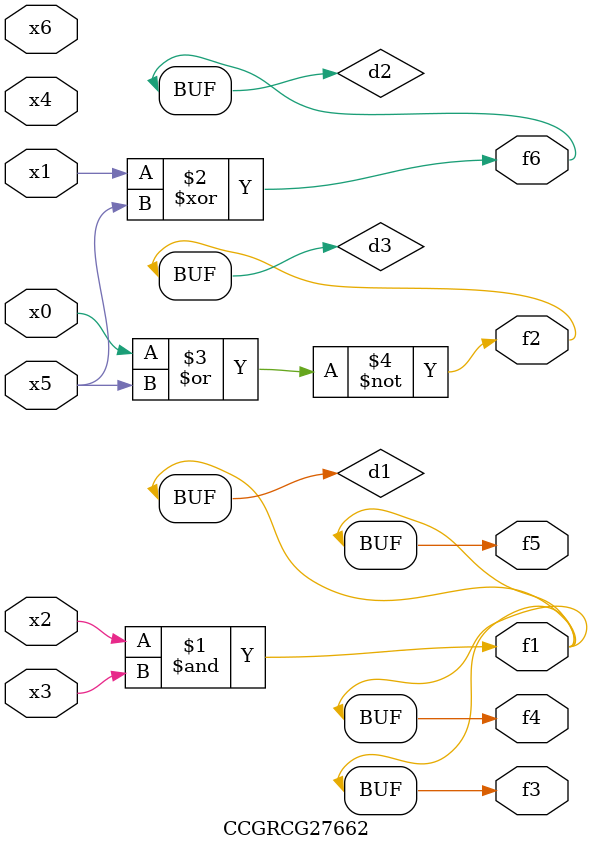
<source format=v>
module CCGRCG27662(
	input x0, x1, x2, x3, x4, x5, x6,
	output f1, f2, f3, f4, f5, f6
);

	wire d1, d2, d3;

	and (d1, x2, x3);
	xor (d2, x1, x5);
	nor (d3, x0, x5);
	assign f1 = d1;
	assign f2 = d3;
	assign f3 = d1;
	assign f4 = d1;
	assign f5 = d1;
	assign f6 = d2;
endmodule

</source>
